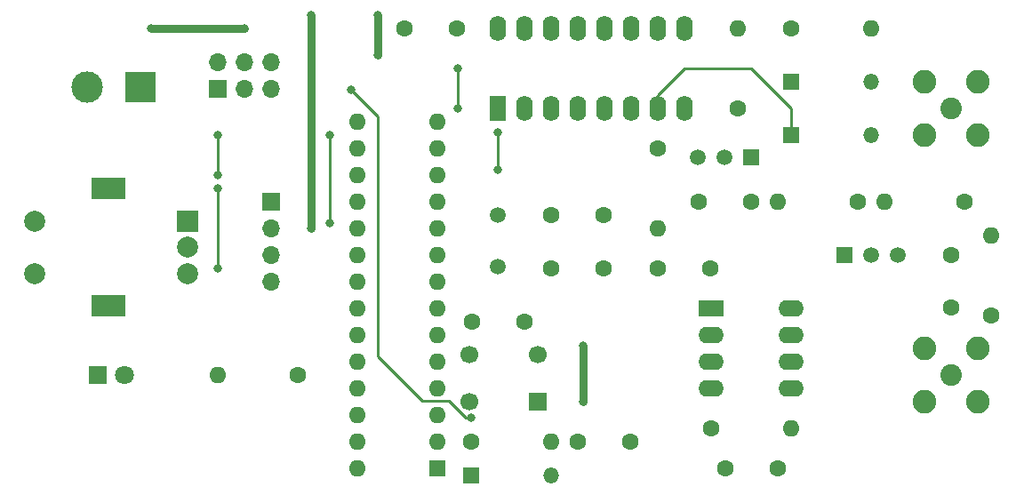
<source format=gbr>
%TF.GenerationSoftware,KiCad,Pcbnew,(6.0.6)*%
%TF.CreationDate,2022-10-04T18:50:56+01:00*%
%TF.ProjectId,VideoTrigger,56696465-6f54-4726-9967-6765722e6b69,rev?*%
%TF.SameCoordinates,Original*%
%TF.FileFunction,Copper,L1,Top*%
%TF.FilePolarity,Positive*%
%FSLAX46Y46*%
G04 Gerber Fmt 4.6, Leading zero omitted, Abs format (unit mm)*
G04 Created by KiCad (PCBNEW (6.0.6)) date 2022-10-04 18:50:56*
%MOMM*%
%LPD*%
G01*
G04 APERTURE LIST*
%TA.AperFunction,ComponentPad*%
%ADD10R,1.500000X1.500000*%
%TD*%
%TA.AperFunction,ComponentPad*%
%ADD11C,1.500000*%
%TD*%
%TA.AperFunction,ComponentPad*%
%ADD12R,3.000000X3.000000*%
%TD*%
%TA.AperFunction,ComponentPad*%
%ADD13C,3.000000*%
%TD*%
%TA.AperFunction,ComponentPad*%
%ADD14R,1.600000X1.600000*%
%TD*%
%TA.AperFunction,ComponentPad*%
%ADD15O,1.600000X1.600000*%
%TD*%
%TA.AperFunction,ComponentPad*%
%ADD16O,1.700000X1.700000*%
%TD*%
%TA.AperFunction,ComponentPad*%
%ADD17R,1.700000X1.700000*%
%TD*%
%TA.AperFunction,ComponentPad*%
%ADD18C,2.050000*%
%TD*%
%TA.AperFunction,ComponentPad*%
%ADD19C,2.250000*%
%TD*%
%TA.AperFunction,ComponentPad*%
%ADD20R,1.600000X2.400000*%
%TD*%
%TA.AperFunction,ComponentPad*%
%ADD21O,1.600000X2.400000*%
%TD*%
%TA.AperFunction,ComponentPad*%
%ADD22R,2.400000X1.600000*%
%TD*%
%TA.AperFunction,ComponentPad*%
%ADD23O,2.400000X1.600000*%
%TD*%
%TA.AperFunction,ComponentPad*%
%ADD24R,2.000000X2.000000*%
%TD*%
%TA.AperFunction,ComponentPad*%
%ADD25C,2.000000*%
%TD*%
%TA.AperFunction,ComponentPad*%
%ADD26R,3.200000X2.000000*%
%TD*%
%TA.AperFunction,ComponentPad*%
%ADD27C,1.700000*%
%TD*%
%TA.AperFunction,ComponentPad*%
%ADD28C,1.600000*%
%TD*%
%TA.AperFunction,ComponentPad*%
%ADD29O,1.500000X1.500000*%
%TD*%
%TA.AperFunction,ComponentPad*%
%ADD30R,1.800000X1.800000*%
%TD*%
%TA.AperFunction,ComponentPad*%
%ADD31C,1.800000*%
%TD*%
%TA.AperFunction,ViaPad*%
%ADD32C,0.800000*%
%TD*%
%TA.AperFunction,Conductor*%
%ADD33C,0.250000*%
%TD*%
%TA.AperFunction,Conductor*%
%ADD34C,0.800000*%
%TD*%
G04 APERTURE END LIST*
D10*
%TO.P,Q2,1,E*%
%TO.N,GND*%
X181620000Y-129090000D03*
D11*
%TO.P,Q2,2,B*%
%TO.N,Net-(R6-Pad1)*%
X179080000Y-129090000D03*
%TO.P,Q2,3,C*%
%TO.N,Net-(R5-Pad2)*%
X176540000Y-129090000D03*
%TD*%
D10*
%TO.P,Q1,1,E*%
%TO.N,Net-(R1-Pad1)*%
X190500000Y-138430000D03*
D11*
%TO.P,Q1,2,B*%
%TO.N,Net-(C9-Pad1)*%
X193040000Y-138430000D03*
%TO.P,Q1,3,C*%
%TO.N,+5V*%
X195580000Y-138430000D03*
%TD*%
D12*
%TO.P,J3,1,Pin_1*%
%TO.N,GND*%
X123444000Y-122428000D03*
D13*
%TO.P,J3,2,Pin_2*%
%TO.N,+5V*%
X118364000Y-122428000D03*
%TD*%
D14*
%TO.P,U1,1,~{RESET}/PC6*%
%TO.N,Net-(C7-Pad1)*%
X151765000Y-158750000D03*
D15*
%TO.P,U1,2,PD0*%
%TO.N,unconnected-(U1-Pad2)*%
X151765000Y-156210000D03*
%TO.P,U1,3,PD1*%
%TO.N,unconnected-(U1-Pad3)*%
X151765000Y-153670000D03*
%TO.P,U1,4,PD2*%
%TO.N,CSYNC*%
X151765000Y-151130000D03*
%TO.P,U1,5,PD3*%
%TO.N,FRAME*%
X151765000Y-148590000D03*
%TO.P,U1,6,PD4*%
%TO.N,unconnected-(U1-Pad6)*%
X151765000Y-146050000D03*
%TO.P,U1,7,VCC*%
%TO.N,+5V*%
X151765000Y-143510000D03*
%TO.P,U1,8,GND*%
%TO.N,GND*%
X151765000Y-140970000D03*
%TO.P,U1,9,XTAL1/PB6*%
%TO.N,Net-(C5-Pad2)*%
X151765000Y-138430000D03*
%TO.P,U1,10,XTAL2/PB7*%
%TO.N,Net-(C6-Pad2)*%
X151765000Y-135890000D03*
%TO.P,U1,11,PD5*%
%TO.N,unconnected-(U1-Pad11)*%
X151765000Y-133350000D03*
%TO.P,U1,12,PD6*%
%TO.N,ARM*%
X151765000Y-130810000D03*
%TO.P,U1,13,PD7*%
%TO.N,ARMN*%
X151765000Y-128270000D03*
%TO.P,U1,14,PB0*%
%TO.N,unconnected-(U1-Pad14)*%
X151765000Y-125730000D03*
%TO.P,U1,15,PB1*%
%TO.N,unconnected-(U1-Pad15)*%
X144145000Y-125730000D03*
%TO.P,U1,16,PB2*%
%TO.N,SW*%
X144145000Y-128270000D03*
%TO.P,U1,17,PB3*%
%TO.N,ENCA*%
X144145000Y-130810000D03*
%TO.P,U1,18,PB4*%
%TO.N,ENCB*%
X144145000Y-133350000D03*
%TO.P,U1,19,PB5*%
%TO.N,Net-(J2-Pad3)*%
X144145000Y-135890000D03*
%TO.P,U1,20,AVCC*%
%TO.N,+5V*%
X144145000Y-138430000D03*
%TO.P,U1,21,AREF*%
%TO.N,unconnected-(U1-Pad21)*%
X144145000Y-140970000D03*
%TO.P,U1,22,GND*%
%TO.N,GND*%
X144145000Y-143510000D03*
%TO.P,U1,23,PC0*%
%TO.N,unconnected-(U1-Pad23)*%
X144145000Y-146050000D03*
%TO.P,U1,24,PC1*%
%TO.N,unconnected-(U1-Pad24)*%
X144145000Y-148590000D03*
%TO.P,U1,25,PC2*%
%TO.N,unconnected-(U1-Pad25)*%
X144145000Y-151130000D03*
%TO.P,U1,26,PC3*%
%TO.N,unconnected-(U1-Pad26)*%
X144145000Y-153670000D03*
%TO.P,U1,27,PC4*%
%TO.N,SDA*%
X144145000Y-156210000D03*
%TO.P,U1,28,PC5*%
%TO.N,SCL*%
X144145000Y-158750000D03*
%TD*%
D11*
%TO.P,Y1,1,1*%
%TO.N,Net-(C6-Pad2)*%
X157480000Y-134620000D03*
%TO.P,Y1,2,2*%
%TO.N,Net-(C5-Pad2)*%
X157480000Y-139500000D03*
%TD*%
D16*
%TO.P,U4,4,SDA*%
%TO.N,SDA*%
X135890000Y-140970000D03*
%TO.P,U4,3,SCL*%
%TO.N,SCL*%
X135890000Y-138430000D03*
%TO.P,U4,2,VCC*%
%TO.N,+5V*%
X135890000Y-135890000D03*
D17*
%TO.P,U4,1,GND*%
%TO.N,GND*%
X135890000Y-133350000D03*
%TD*%
D18*
%TO.P,J5,1,In*%
%TO.N,Net-(D3-Pad2)*%
X200660000Y-124460000D03*
D19*
%TO.P,J5,2,Ext*%
%TO.N,GND*%
X203200000Y-127000000D03*
X198120000Y-127000000D03*
X198120000Y-121920000D03*
X203200000Y-121920000D03*
%TD*%
%TO.P,J1,2,Ext*%
%TO.N,GND*%
X198120000Y-147320000D03*
X198120000Y-152400000D03*
X203200000Y-152400000D03*
X203200000Y-147320000D03*
D18*
%TO.P,J1,1,In*%
%TO.N,Net-(C9-Pad2)*%
X200660000Y-149860000D03*
%TD*%
D20*
%TO.P,U3,1,~{R}*%
%TO.N,ARM*%
X157480000Y-124460000D03*
D21*
%TO.P,U3,2,J*%
%TO.N,+5V*%
X160020000Y-124460000D03*
%TO.P,U3,3,~{K}*%
X162560000Y-124460000D03*
%TO.P,U3,4,C*%
%TO.N,CSYNC*%
X165100000Y-124460000D03*
%TO.P,U3,5,~{S}*%
%TO.N,+5V*%
X167640000Y-124460000D03*
%TO.P,U3,6,Q*%
%TO.N,unconnected-(U3-Pad6)*%
X170180000Y-124460000D03*
%TO.P,U3,7,~{Q}*%
%TO.N,Net-(D4-Pad1)*%
X172720000Y-124460000D03*
%TO.P,U3,8,GND*%
%TO.N,GND*%
X175260000Y-124460000D03*
%TO.P,U3,9,~{Q}*%
%TO.N,Net-(D3-Pad1)*%
X175260000Y-116840000D03*
%TO.P,U3,10,Q*%
%TO.N,unconnected-(U3-Pad10)*%
X172720000Y-116840000D03*
%TO.P,U3,11,~{S}*%
%TO.N,+5V*%
X170180000Y-116840000D03*
%TO.P,U3,12,C*%
%TO.N,Net-(R5-Pad2)*%
X167640000Y-116840000D03*
%TO.P,U3,13,~{K}*%
%TO.N,+5V*%
X165100000Y-116840000D03*
%TO.P,U3,14,J*%
X162560000Y-116840000D03*
%TO.P,U3,15,~{R}*%
%TO.N,ARMN*%
X160020000Y-116840000D03*
%TO.P,U3,16,VCC*%
%TO.N,+5V*%
X157480000Y-116840000D03*
%TD*%
D22*
%TO.P,U2,1,CSYNC*%
%TO.N,CSYNC*%
X177785000Y-143520000D03*
D23*
%TO.P,U2,2,VIDEO*%
%TO.N,Net-(C3-Pad1)*%
X177785000Y-146060000D03*
%TO.P,U2,3,FRAME*%
%TO.N,FRAME*%
X177785000Y-148600000D03*
%TO.P,U2,4,GND*%
%TO.N,GND*%
X177785000Y-151140000D03*
%TO.P,U2,5,BURST*%
%TO.N,unconnected-(U2-Pad5)*%
X185405000Y-151140000D03*
%TO.P,U2,6,INT*%
%TO.N,Net-(C4-Pad1)*%
X185405000Y-148600000D03*
%TO.P,U2,7,O/E*%
%TO.N,unconnected-(U2-Pad7)*%
X185405000Y-146060000D03*
%TO.P,U2,8,VCC*%
%TO.N,+5V*%
X185405000Y-143520000D03*
%TD*%
D24*
%TO.P,SW2,A,A*%
%TO.N,ENCA*%
X127900000Y-135168000D03*
D25*
%TO.P,SW2,B,B*%
%TO.N,ENCB*%
X127900000Y-140168000D03*
%TO.P,SW2,C,C*%
%TO.N,GND*%
X127900000Y-137668000D03*
D26*
%TO.P,SW2,MP*%
%TO.N,N/C*%
X120400000Y-143268000D03*
X120400000Y-132068000D03*
D25*
%TO.P,SW2,S1,S1*%
%TO.N,GND*%
X113400000Y-140168000D03*
%TO.P,SW2,S2,S2*%
%TO.N,SW*%
X113400000Y-135168000D03*
%TD*%
D27*
%TO.P,SW1,1,1*%
%TO.N,Net-(C7-Pad1)*%
X154790000Y-152400000D03*
D17*
X161290000Y-152400000D03*
D27*
%TO.P,SW1,2,2*%
%TO.N,GND*%
X154790000Y-147900000D03*
X161290000Y-147900000D03*
%TD*%
D28*
%TO.P,R9,1*%
%TO.N,GND*%
X201930000Y-133350000D03*
D15*
%TO.P,R9,2*%
%TO.N,Net-(R1-Pad1)*%
X194310000Y-133350000D03*
%TD*%
%TO.P,R8,2*%
%TO.N,Net-(C9-Pad1)*%
X204470000Y-136525000D03*
D28*
%TO.P,R8,1*%
%TO.N,Net-(C9-Pad2)*%
X204470000Y-144145000D03*
%TD*%
%TO.P,R7,1*%
%TO.N,+5V*%
X185420000Y-116840000D03*
D15*
%TO.P,R7,2*%
%TO.N,Net-(D3-Pad2)*%
X193040000Y-116840000D03*
%TD*%
D28*
%TO.P,R6,1*%
%TO.N,Net-(R6-Pad1)*%
X172720000Y-128270000D03*
D15*
%TO.P,R6,2*%
%TO.N,CSYNC*%
X172720000Y-135890000D03*
%TD*%
D28*
%TO.P,R5,1*%
%TO.N,+5V*%
X180340000Y-124460000D03*
D15*
%TO.P,R5,2*%
%TO.N,Net-(R5-Pad2)*%
X180340000Y-116840000D03*
%TD*%
D28*
%TO.P,R4,1*%
%TO.N,+5V*%
X154940000Y-156210000D03*
D15*
%TO.P,R4,2*%
%TO.N,Net-(C7-Pad1)*%
X162560000Y-156210000D03*
%TD*%
D28*
%TO.P,R3,1*%
%TO.N,Net-(J2-Pad3)*%
X138430000Y-149860000D03*
D15*
%TO.P,R3,2*%
%TO.N,Net-(R3-Pad2)*%
X130810000Y-149860000D03*
%TD*%
D28*
%TO.P,R2,1*%
%TO.N,GND*%
X177800000Y-154940000D03*
D15*
%TO.P,R2,2*%
%TO.N,Net-(C4-Pad1)*%
X185420000Y-154940000D03*
%TD*%
D28*
%TO.P,R1,1*%
%TO.N,Net-(R1-Pad1)*%
X191770000Y-133350000D03*
D15*
%TO.P,R1,2*%
%TO.N,Net-(C2-Pad1)*%
X184150000Y-133350000D03*
%TD*%
D17*
%TO.P,J2,1,Pin_1*%
%TO.N,ENCB*%
X130825000Y-122560000D03*
D16*
%TO.P,J2,2,Pin_2*%
%TO.N,+5V*%
X130825000Y-120020000D03*
%TO.P,J2,3,Pin_3*%
%TO.N,Net-(J2-Pad3)*%
X133365000Y-122560000D03*
%TO.P,J2,4,Pin_4*%
%TO.N,ENCA*%
X133365000Y-120020000D03*
%TO.P,J2,5,Pin_5*%
%TO.N,Net-(C7-Pad1)*%
X135905000Y-122560000D03*
%TO.P,J2,6,Pin_6*%
%TO.N,GND*%
X135905000Y-120020000D03*
%TD*%
D10*
%TO.P,D4,1,K*%
%TO.N,Net-(D4-Pad1)*%
X185420000Y-127000000D03*
D29*
%TO.P,D4,2,A*%
%TO.N,Net-(D3-Pad2)*%
X193040000Y-127000000D03*
%TD*%
D10*
%TO.P,D3,1,K*%
%TO.N,Net-(D3-Pad1)*%
X185420000Y-121920000D03*
D29*
%TO.P,D3,2,A*%
%TO.N,Net-(D3-Pad2)*%
X193040000Y-121920000D03*
%TD*%
D10*
%TO.P,D2,1,K*%
%TO.N,+5V*%
X154940000Y-159385000D03*
D29*
%TO.P,D2,2,A*%
%TO.N,Net-(C7-Pad1)*%
X162560000Y-159385000D03*
%TD*%
D30*
%TO.P,D1,1,K*%
%TO.N,GND*%
X119380000Y-149860000D03*
D31*
%TO.P,D1,2,A*%
%TO.N,Net-(R3-Pad2)*%
X121920000Y-149860000D03*
%TD*%
D28*
%TO.P,C9,1*%
%TO.N,Net-(C9-Pad1)*%
X200660000Y-138430000D03*
%TO.P,C9,2*%
%TO.N,Net-(C9-Pad2)*%
X200660000Y-143430000D03*
%TD*%
%TO.P,C8,1*%
%TO.N,+5V*%
X153630000Y-116840000D03*
%TO.P,C8,2*%
%TO.N,GND*%
X148630000Y-116840000D03*
%TD*%
%TO.P,C7,1*%
%TO.N,Net-(C7-Pad1)*%
X165100000Y-156210000D03*
%TO.P,C7,2*%
%TO.N,GND*%
X170100000Y-156210000D03*
%TD*%
%TO.P,C6,1*%
%TO.N,GND*%
X167560000Y-134620000D03*
%TO.P,C6,2*%
%TO.N,Net-(C6-Pad2)*%
X162560000Y-134620000D03*
%TD*%
%TO.P,C5,1*%
%TO.N,GND*%
X167560000Y-139700000D03*
%TO.P,C5,2*%
%TO.N,Net-(C5-Pad2)*%
X162560000Y-139700000D03*
%TD*%
%TO.P,C4,1*%
%TO.N,Net-(C4-Pad1)*%
X184150000Y-158750000D03*
%TO.P,C4,2*%
%TO.N,GND*%
X179150000Y-158750000D03*
%TD*%
%TO.P,C3,2*%
%TO.N,Net-(C2-Pad1)*%
X177720000Y-139700000D03*
%TO.P,C3,1*%
%TO.N,Net-(C3-Pad1)*%
X172720000Y-139700000D03*
%TD*%
%TO.P,C2,1*%
%TO.N,Net-(C2-Pad1)*%
X181610000Y-133350000D03*
%TO.P,C2,2*%
%TO.N,GND*%
X176610000Y-133350000D03*
%TD*%
%TO.P,C1,1*%
%TO.N,+5V*%
X155020000Y-144780000D03*
%TO.P,C1,2*%
%TO.N,GND*%
X160020000Y-144780000D03*
%TD*%
D32*
%TO.N,Net-(J2-Pad3)*%
X141478000Y-135382000D03*
X141478000Y-127000000D03*
%TO.N,Net-(C7-Pad1)*%
X143510000Y-122682000D03*
X154940000Y-153924000D03*
%TO.N,ARM*%
X157480000Y-130302000D03*
X157480000Y-126746000D03*
%TO.N,GND*%
X165608000Y-147066000D03*
X165608000Y-152400000D03*
%TO.N,+5V*%
X146050000Y-119380000D03*
X146050000Y-115570000D03*
X139700000Y-115570000D03*
X139700000Y-135890000D03*
%TO.N,ENCB*%
X130810000Y-139700000D03*
X130810000Y-132080000D03*
X130810000Y-127000000D03*
X130810000Y-130810000D03*
%TO.N,ARMN*%
X153670000Y-120650000D03*
X153670000Y-124460000D03*
%TO.N,GND*%
X133350000Y-116840000D03*
X124460000Y-116840000D03*
%TD*%
D33*
%TO.N,Net-(J2-Pad3)*%
X141478000Y-127000000D02*
X141478000Y-135382000D01*
%TO.N,Net-(C7-Pad1)*%
X146050000Y-125222000D02*
X143510000Y-122682000D01*
X146050000Y-126746000D02*
X146050000Y-125222000D01*
X146050000Y-148082000D02*
X146050000Y-126746000D01*
X149860000Y-151892000D02*
X146050000Y-148082000D01*
X150285801Y-152317801D02*
X149860000Y-151892000D01*
X152825801Y-152317801D02*
X150285801Y-152317801D01*
X154432000Y-153924000D02*
X153162000Y-152654000D01*
X154940000Y-153924000D02*
X154432000Y-153924000D01*
X153162000Y-152654000D02*
X152825801Y-152317801D01*
%TO.N,ARM*%
X157480000Y-130302000D02*
X157480000Y-126746000D01*
D34*
%TO.N,GND*%
X165608000Y-152400000D02*
X165608000Y-147066000D01*
%TO.N,+5V*%
X146050000Y-115570000D02*
X146050000Y-119380000D01*
X139700000Y-115570000D02*
X139700000Y-135890000D01*
D33*
%TO.N,ENCB*%
X130810000Y-132080000D02*
X130810000Y-139700000D01*
X130810000Y-130810000D02*
X130810000Y-127000000D01*
%TO.N,ARMN*%
X153670000Y-123190000D02*
X153670000Y-124460000D01*
X153670000Y-120650000D02*
X153670000Y-123190000D01*
%TO.N,Net-(D4-Pad1)*%
X181610000Y-120650000D02*
X185420000Y-124460000D01*
X185420000Y-124460000D02*
X185420000Y-127000000D01*
X175260000Y-120650000D02*
X181610000Y-120650000D01*
X172720000Y-123190000D02*
X175260000Y-120650000D01*
X172720000Y-124460000D02*
X172720000Y-123190000D01*
D34*
%TO.N,GND*%
X124460000Y-116840000D02*
X133350000Y-116840000D01*
%TD*%
M02*

</source>
